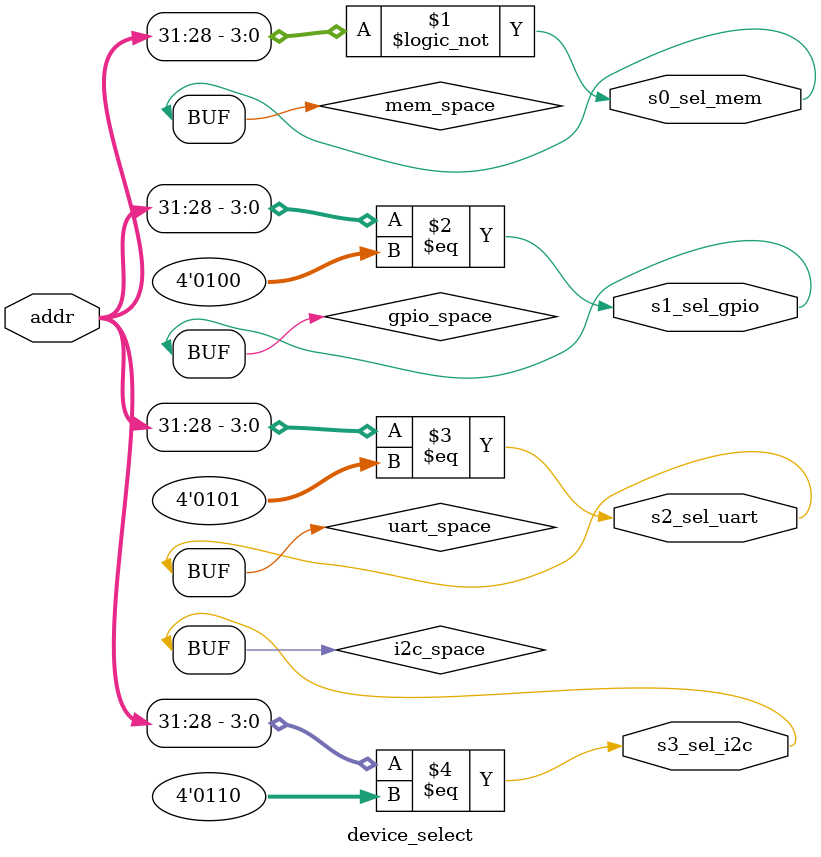
<source format=v>
module device_select (
    input [31:0] addr,
    output s0_sel_mem,
    output s1_sel_gpio,
    output s2_sel_uart,
    output s3_sel_i2c
    // output s3_sel,
    // output s4_sel,
    // output s5_sel,
    // output s6_sel,
    // output s7_sel,
    // output s8_sel
  );


  wire mem_space = (addr[31:28] == 4'h0);
  wire gpio_space = (addr[31:28] == 4'h4);
  wire uart_space = (addr[31:28] == 4'h5);
  wire i2c_space = (addr[31:28] == 4'h6);

  assign s0_sel_mem  = mem_space;
  assign s1_sel_gpio = gpio_space;
  assign s2_sel_uart = uart_space;
  assign s3_sel_i2c = i2c_space;

endmodule

</source>
